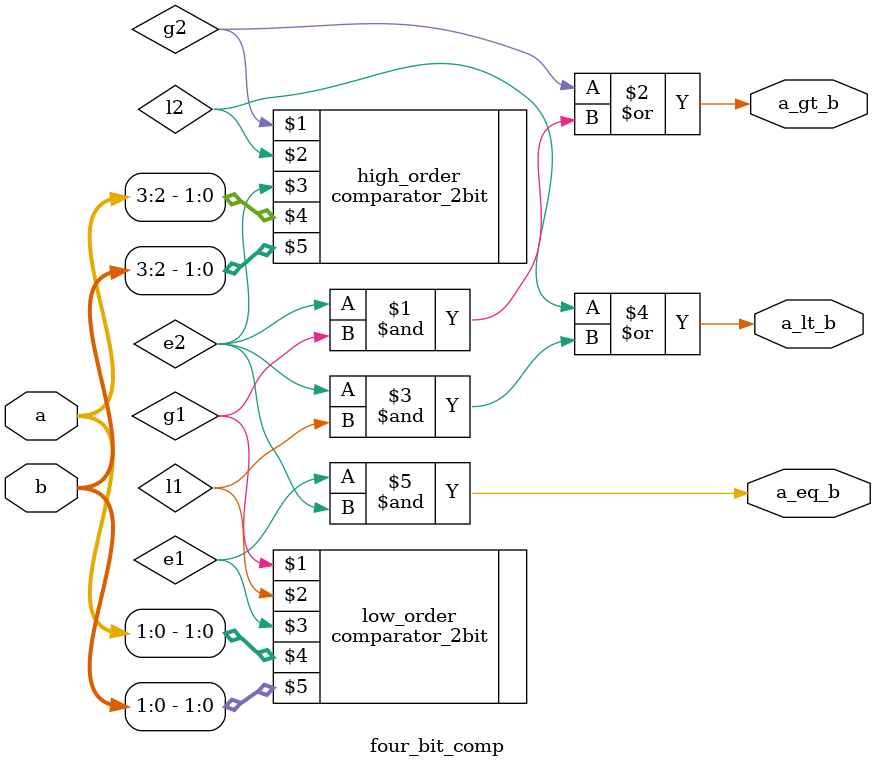
<source format=v>
`timescale 1ns / 1ps


module four_bit_comp(a_lt_b, a_eq_b, a_gt_b, a, b);
    input [3:0] a, b;
    output a_lt_b, a_eq_b, a_gt_b;
    
    wire g1, g2, l1, l2, e1, e2;
    
    comparator_2bit high_order(g2, l2, e2, a[3:2], b[3:2]);
    comparator_2bit low_order(g1, l1, e1, a[1:0], b[1:0]);
    
    assign a_gt_b = (g2)|(e2&g1);
    assign a_lt_b = (l2)|(e2&l1);
    assign a_eq_b = e1&e2; 
endmodule

</source>
